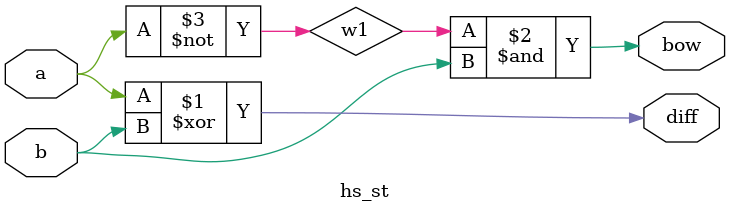
<source format=v>
`timescale 1ns / 1ps
module hs_st(
    input a,b,
    output diff,bow
    );
    xor x1(diff,a,b);
    not n1(w1,a);
    and a1(bow,w1,b);
endmodule

</source>
